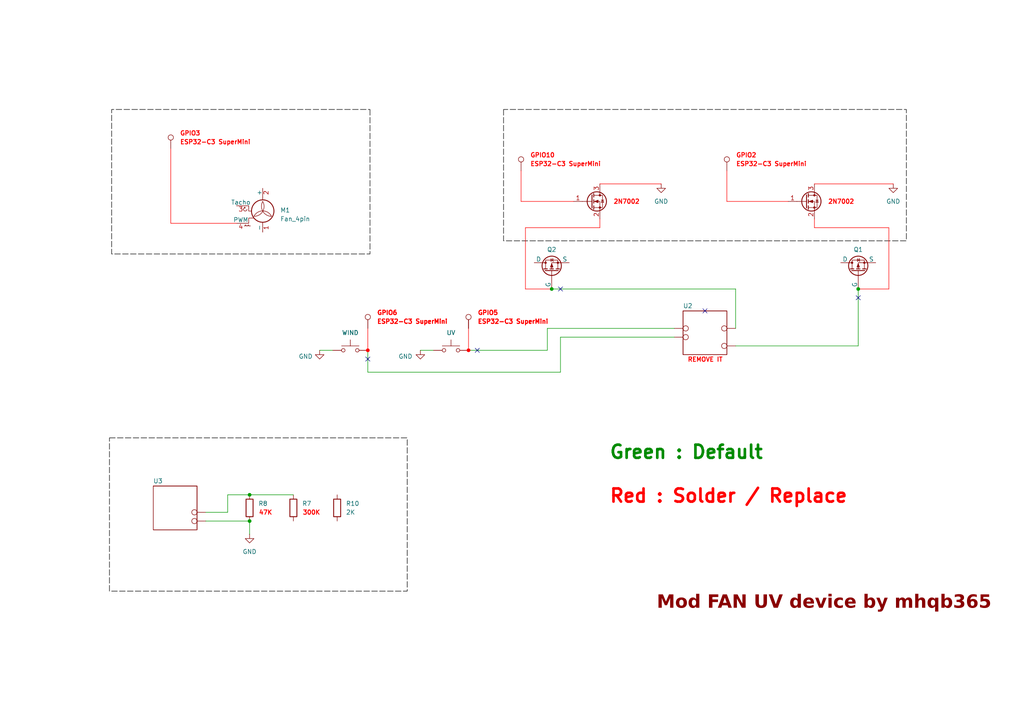
<source format=kicad_sch>
(kicad_sch (version 20250114) (generator "eeschema") (generator_version "9.0")
  (paper "A4")
  (lib_symbols
    (symbol "Connector:TestPoint" (pin_numbers (hide yes)) (pin_names (offset 0.762) (hide yes))
      (property "Reference" "TP" (at 0 6.858 0))
      (property "Value" "TestPoint" (at 0 5.08 0))
      (symbol "TestPoint_0_1"
        (circle (center 0 3.302) (radius 0.762))
      )
      (symbol "TestPoint_1_1"
        (pin passive line (at 0 0 90) (length 2.54) (name "1") (number "1"))
      )
    )
    (symbol "Device:R" (pin_numbers (hide yes)) (pin_names (offset 0))
      (property "Reference" "R" (at 2.032 0 90))
      (property "Value" "R" (at 0 0 90))
      (symbol "R_0_1"
        (rectangle (start -1.016 -2.54) (end 1.016 2.54) (stroke (width 0.254)))
      )
      (symbol "R_1_1"
        (pin passive line (at 0 3.81 270) (length 1.27) (name "~") (number "1"))
        (pin passive line (at 0 -3.81 90) (length 1.27) (name "~") (number "2"))
      )
    )
    (symbol "Motor:Fan_4pin" (pin_names (offset 0))
      (property "Reference" "M" (at 2.54 5.08 0))
      (property "Value" "Fan_4pin" (at 2.54 -2.54 0))
      (symbol "Fan_4pin_0_0"
        (polyline (pts (xy -5.08 2.032) (xy -5.334 2.159)))
        (polyline (pts (xy -5.08 2.032) (xy -5.207 1.778)))
        (arc (start -4.572 1.524) (mid -5.08 1.0182) (end -5.588 1.524))
        (arc (start -5.588 1.524) (mid -5.4392 1.8832) (end -5.08 2.032))
        (polyline (pts (xy -4.064 2.54) (xy -4.064 1.016) (xy -3.302 1.016)))
      )
      (symbol "Fan_4pin_0_1"
        (polyline (pts (xy -5.334 -3.302) (xy -5.08 -3.302) (xy -5.08 -3.048) (xy -4.826 -3.048) (xy -4.826 -3.302) (xy -4.318 -3.302) (xy -4.318 -3.048) (xy -4.064 -3.048) (xy -4.064 -3.302) (xy -3.556 -3.302)))
        (polyline (pts (xy -4.064 2.54) (xy -5.08 2.54)))
        (polyline (pts (xy -2.54 -1.016) (xy -4.064 -1.016) (xy -4.064 -2.54) (xy -5.08 -2.54)))
        (arc (start 0 3.81) (mid -0.0015 0.9048) (end -2.54 -0.508))
        (polyline (pts (xy 0 4.572) (xy 0 5.08)))
        (polyline (pts (xy 0 4.2672) (xy 0 4.6228)))
        (circle (center 0 1.016) (radius 3.2512) (stroke (width 0.254)))
        (arc (start -2.54 -0.508) (mid 0 1.0618) (end 2.54 -0.508))
        (polyline (pts (xy 0 -2.2352) (xy 0 -2.6416)))
        (polyline (pts (xy 0 -5.08) (xy 0 -4.572)))
        (arc (start 2.54 -0.508) (mid 0.047 0.9315) (end 0 3.81))
      )
      (symbol "Fan_4pin_1_1"
        (pin passive line (at -7.62 2.54 0) (length 2.54) (name "Tacho") (number "3"))
        (pin input line (at -7.62 -2.54 0) (length 2.54) (name "PWM") (number "4"))
        (pin passive line (at 0 7.62 270) (length 2.54) (name "+") (number "2"))
        (pin passive line (at 0 -5.08 90) (length 2.54) (name "-") (number "1"))
      )
    )
    (symbol "Simulation_SPICE:PMOS" (pin_numbers (hide yes)) (pin_names (offset 0))
      (property "Reference" "Q" (at 5.08 1.27 0))
      (property "Value" "PMOS" (at 5.08 -1.27 0))
      (symbol "PMOS_0_1"
        (polyline (pts (xy 0.254 1.905) (xy 0.254 -1.905)) (stroke (width 0.254)))
        (polyline (pts (xy 0.254 0) (xy -2.54 0)))
        (polyline (pts (xy 0.762 2.286) (xy 0.762 1.27)) (stroke (width 0.254)))
        (polyline (pts (xy 0.762 1.778) (xy 3.302 1.778) (xy 3.302 -1.778) (xy 0.762 -1.778)))
        (polyline (pts (xy 0.762 0.508) (xy 0.762 -0.508)) (stroke (width 0.254)))
        (polyline (pts (xy 0.762 -1.27) (xy 0.762 -2.286)) (stroke (width 0.254)))
        (circle (center 1.651 0) (radius 2.794) (stroke (width 0.254)))
        (polyline (pts (xy 2.286 0) (xy 1.27 0.381) (xy 1.27 -0.381) (xy 2.286 0)) (fill (type outline)))
        (polyline (pts (xy 2.54 2.54) (xy 2.54 1.778)))
        (circle (center 2.54 1.778) (radius 0.254) (fill (type outline)))
        (circle (center 2.54 -1.778) (radius 0.254) (fill (type outline)))
        (polyline (pts (xy 2.54 -2.54) (xy 2.54 0) (xy 0.762 0)))
        (polyline (pts (xy 2.794 -0.508) (xy 2.921 -0.381) (xy 3.683 -0.381) (xy 3.81 -0.254)))
        (polyline (pts (xy 3.302 -0.381) (xy 2.921 0.254) (xy 3.683 0.254) (xy 3.302 -0.381)))
      )
      (symbol "PMOS_1_1"
        (pin input line (at -5.08 0 0) (length 2.54) (name "G") (number "2"))
        (pin passive line (at 2.54 5.08 270) (length 2.54) (name "D") (number "1"))
        (pin passive line (at 2.54 -5.08 90) (length 2.54) (name "S") (number "3"))
      )
    )
    (symbol "Switch:SW_Push" (pin_numbers (hide yes)) (pin_names (offset 1.016) (hide yes))
      (property "Reference" "SW" (at 1.27 2.54 0))
      (property "Value" "SW_Push" (at 0 -1.524 0))
      (symbol "SW_Push_0_1"
        (circle (center -2.032 0) (radius 0.508))
        (polyline (pts (xy 0 1.27) (xy 0 3.048)))
        (circle (center 2.032 0) (radius 0.508))
        (polyline (pts (xy 2.54 1.27) (xy -2.54 1.27)))
        (pin passive line (at -5.08 0 0) (length 2.54) (name "1") (number "1"))
        (pin passive line (at 5.08 0 180) (length 2.54) (name "2") (number "2"))
      )
    )
    (symbol "Transistor_FET:2N7002" (pin_names (offset 0) (hide yes))
      (property "Reference" "Q" (at 5.08 1.905 0))
      (property "Value" "2N7002" (at 5.08 0 0))
      (symbol "2N7002_0_1"
        (polyline (pts (xy 0.254 1.905) (xy 0.254 -1.905)) (stroke (width 0.254)))
        (polyline (pts (xy 0.254 0) (xy -2.54 0)))
        (polyline (pts (xy 0.762 2.286) (xy 0.762 1.27)) (stroke (width 0.254)))
        (polyline (pts (xy 0.762 0.508) (xy 0.762 -0.508)) (stroke (width 0.254)))
        (polyline (pts (xy 0.762 -1.27) (xy 0.762 -2.286)) (stroke (width 0.254)))
        (polyline (pts (xy 0.762 -1.778) (xy 3.302 -1.778) (xy 3.302 1.778) (xy 0.762 1.778)))
        (polyline (pts (xy 1.016 0) (xy 2.032 0.381) (xy 2.032 -0.381) (xy 1.016 0)) (fill (type outline)))
        (circle (center 1.651 0) (radius 2.794) (stroke (width 0.254)))
        (polyline (pts (xy 2.54 2.54) (xy 2.54 1.778)))
        (circle (center 2.54 1.778) (radius 0.254) (fill (type outline)))
        (circle (center 2.54 -1.778) (radius 0.254) (fill (type outline)))
        (polyline (pts (xy 2.54 -2.54) (xy 2.54 0) (xy 0.762 0)))
        (polyline (pts (xy 2.921 0.381) (xy 3.683 0.381)))
        (polyline (pts (xy 3.302 0.381) (xy 2.921 -0.254) (xy 3.683 -0.254) (xy 3.302 0.381)))
      )
      (symbol "2N7002_1_1"
        (pin input line (at -5.08 0 0) (length 2.54) (name "G") (number "1"))
        (pin passive line (at 2.54 5.08 270) (length 2.54) (name "D") (number "3"))
        (pin passive line (at 2.54 -5.08 90) (length 2.54) (name "S") (number "2"))
      )
    )
    (symbol "power:GND" (power) (pin_numbers (hide yes)) (pin_names (offset 0) (hide yes))
      (property "Value" "GND" (at 0 -3.81 0))
      (symbol "GND_0_1"
        (polyline (pts (xy 0 0) (xy 0 -1.27) (xy 1.27 -1.27) (xy 0 -2.54) (xy -1.27 -1.27) (xy 0 -1.27)))
      )
      (symbol "GND_1_1"
        (pin power_in line (at 0 0 270) (length 0) (name "~") (number "1"))
      )
    )
  )
  (junction (at 160.02 83.82))
  (junction (at 106.68 101.6) (color 255 0 0 1))
  (junction (at 72.39 151.13))
  (junction (at 72.39 143.51))
  (junction (at 248.92 83.82))
  (junction (at 135.89 101.6) (color 255 0 0 1))
  (no_connect (at 204.47 90.17))
  (no_connect (at 138.43 101.6))
  (no_connect (at 106.68 104.14))
  (no_connect (at 162.56 83.82))
  (no_connect (at 248.92 86.36))
  (wire (pts (xy 59.69 148.59) (xy 66.04 148.59)))
  (wire (pts (xy 92.71 101.6) (xy 96.52 101.6)))
  (wire (pts (xy 173.99 53.34) (xy 191.77 53.34)) (stroke (width 0) (color 255 0 0 1)))
  (wire (pts (xy 210.82 49.53) (xy 210.82 58.42)) (stroke (width 0) (color 255 0 0 1)))
  (wire (pts (xy 66.04 148.59) (xy 66.04 143.51)))
  (wire (pts (xy 72.39 151.13) (xy 72.39 154.94)))
  (wire (pts (xy 213.36 100.33) (xy 248.92 100.33)))
  (wire (pts (xy 162.56 97.79) (xy 195.58 97.79)))
  (wire (pts (xy 106.68 107.95) (xy 162.56 107.95)))
  (wire (pts (xy 152.4 83.82) (xy 160.02 83.82)) (stroke (width 0) (color 255 0 0 1)))
  (wire (pts (xy 236.22 66.04) (xy 257.81 66.04)) (stroke (width 0) (color 255 0 0 1)))
  (wire (pts (xy 66.04 143.51) (xy 72.39 143.51)))
  (wire (pts (xy 158.75 101.6) (xy 158.75 95.25)))
  (wire (pts (xy 236.22 53.34) (xy 259.08 53.34)) (stroke (width 0) (color 255 0 0 1)))
  (wire (pts (xy 135.89 101.6) (xy 158.75 101.6)))
  (wire (pts (xy 257.81 83.82) (xy 248.92 83.82)) (stroke (width 0) (color 255 0 0 1)))
  (wire (pts (xy 162.56 107.95) (xy 162.56 97.79)))
  (wire (pts (xy 121.92 101.6) (xy 125.73 101.6)))
  (wire (pts (xy 257.81 66.04) (xy 257.81 83.82)) (stroke (width 0) (color 255 0 0 1)))
  (wire (pts (xy 49.53 43.18) (xy 49.53 64.77)) (stroke (width 0) (color 255 0 0 1)))
  (wire (pts (xy 49.53 64.77) (xy 68.58 64.77)) (stroke (width 0) (color 255 0 0 1)))
  (wire (pts (xy 248.92 83.82) (xy 248.92 100.33)))
  (wire (pts (xy 158.75 95.25) (xy 195.58 95.25)))
  (wire (pts (xy 213.36 83.82) (xy 160.02 83.82)))
  (wire (pts (xy 106.68 101.6) (xy 106.68 107.95)))
  (wire (pts (xy 152.4 66.04) (xy 173.99 66.04)) (stroke (width 0) (color 255 0 0 1)))
  (wire (pts (xy 151.13 58.42) (xy 166.37 58.42)) (stroke (width 0) (color 255 0 0 1)))
  (wire (pts (xy 151.13 49.53) (xy 151.13 58.42)) (stroke (width 0) (color 255 0 0 1)))
  (wire (pts (xy 173.99 66.04) (xy 173.99 63.5)) (stroke (width 0) (color 255 0 0 1)))
  (wire (pts (xy 152.4 66.04) (xy 152.4 83.82)) (stroke (width 0) (color 255 0 0 1)))
  (wire (pts (xy 210.82 58.42) (xy 228.6 58.42)) (stroke (width 0) (color 255 0 0 1)))
  (wire (pts (xy 213.36 95.25) (xy 213.36 83.82)))
  (wire (pts (xy 59.69 151.13) (xy 72.39 151.13)))
  (wire (pts (xy 236.22 63.5) (xy 236.22 66.04)) (stroke (width 0) (color 255 0 0 1)))
  (wire (pts (xy 106.68 95.25) (xy 106.68 101.6)) (stroke (width 0) (color 255 0 0 1)))
  (wire (pts (xy 135.89 95.25) (xy 135.89 101.6)) (stroke (width 0) (color 255 0 0 1)))
  (wire (pts (xy 72.39 143.51) (xy 85.09 143.51)))
  (label "Green : Default" (at 176.53 134.62 0) (effects (font (size 3.81 3.81) (thickness 0.762) (bold yes))))
  (label "Red : Solder {slash} Replace" (at 176.53 147.32 0) (effects (font (size 3.81 3.81) (thickness 0.762) (bold yes))))
  (label "REMOVE IT" (at 199.39 105.41 0) (effects (font (thickness 0.254) (bold yes))))
  (label "Mod FAN UV device by mhqb365" (at 190.5 177.8 0) (effects (font (size 3.81 3.81) (thickness 0.3048) (bold yes))))
  (rule_area (polyline (pts (xy 146.05 31.75) (xy 146.05 69.85) (xy 262.89 69.85) (xy 262.89 31.75)) (stroke (width 0) (type dash) (color 0 0 0 1))))
  (rule_area (polyline (pts (xy 31.75 127) (xy 118.11 127) (xy 118.11 171.45) (xy 116.84 171.45) (xy 31.75 171.45)) (stroke (width 0) (type dash) (color 0 0 0 1))))
  (rule_area (polyline (pts (xy 107.315 31.75) (xy 107.315 73.66) (xy 32.385 73.66) (xy 32.385 31.75)) (stroke (width 0) (type dash) (color 0 0 0 1))))
  (symbol (lib_id "Connector:TestPoint") (at 210.82 49.53 0) (unit 1)
    (property "Reference" "GPIO2" (at 213.36 44.958 0) (effects (font (thickness 0.254) (bold yes)) (justify left)))
    (property "Value" "ESP32-C3 SuperMini" (at 213.36 47.498 0) (effects (font (thickness 0.254) (bold yes)) (justify left)))
    (property "Description" "test point" (effects (hide yes)))
  )
  (symbol (lib_id "Connector:TestPoint") (at 106.68 95.25 0) (unit 1)
    (property "Reference" "GPIO6" (at 109.22 90.678 0) (effects (font (thickness 0.254) (bold yes)) (justify left)))
    (property "Value" "ESP32-C3 SuperMini" (at 109.22 93.218 0) (effects (font (thickness 0.254) (bold yes)) (justify left)))
    (property "Description" "test point" (effects (hide yes)))
  )
  (symbol (lib_id "Connector:TestPoint") (at 59.69 151.13 90) (unit 1)
    (property "Reference" "TP5" (effects (hide yes)))
    (property "Value" "TestPoint" (effects (hide yes)))
    (property "Description" "test point" (effects (hide yes)))
  )
  (symbol (lib_id "power:GND") (at 259.08 53.34 0) (unit 1)
    (property "Reference" "#PWR03" (effects (hide yes)))
    (property "Value" "GND" (at 259.08 58.42 0))
    (property "Description" "Power symbol creates a global label with name \"GND\" , ground" (effects (hide yes)))
  )
  (symbol (lib_id "Connector:TestPoint") (at 213.36 100.33 90) (unit 1)
    (property "Reference" "TP2" (effects (hide yes)))
    (property "Value" "TestPoint" (effects (hide yes)))
    (property "Description" "test point" (effects (hide yes)))
  )
  (symbol (lib_id "Connector:TestPoint") (at 195.58 95.25 270) (unit 1)
    (property "Reference" "TP3" (effects (hide yes)))
    (property "Value" "TestPoint" (effects (hide yes)))
    (property "Description" "test point" (effects (hide yes)))
  )
  (symbol (lib_id "Transistor_FET:2N7002") (at 233.68 58.42 0) (unit 1)
    (property "Reference" "Q3" (effects (hide yes)))
    (property "Value" "2N7002" (at 240.03 58.42 0) (effects (font (thickness 0.254) (bold yes)) (justify left)))
    (property "Footprint" "Package_TO_SOT_SMD:SOT-23" (effects (hide yes)))
    (property "Datasheet" "https://www.onsemi.com/pub/Collateral/NDS7002A-D.PDF" (effects (hide yes)))
    (property "Description" "0.115A Id, 60V Vds, N-Channel MOSFET, SOT-23" (effects (hide yes)))
  )
  (symbol (lib_id "Device:R") (at 72.39 147.32 0) (unit 1)
    (property "Reference" "R8" (at 74.93 146.0499 0) (effects (justify left)))
    (property "Value" "47K" (at 74.93 148.59 0) (effects (font (thickness 0.254) (bold yes)) (justify left)))
    (property "Description" "Resistor" (effects (hide yes)))
  )
  (symbol (lib_id "power:GND") (at 92.71 101.6 0) (unit 1)
    (property "Reference" "#PWR02" (effects (hide yes)))
    (property "Value" "GND" (at 88.646 103.378 0))
    (property "Description" "Power symbol creates a global label with name \"GND\" , ground" (effects (hide yes)))
  )
  (symbol (lib_id "Connector:TestPoint") (at 135.89 95.25 0) (unit 1)
    (property "Reference" "GPIO5" (at 138.43 90.678 0) (effects (font (thickness 0.254) (bold yes)) (justify left)))
    (property "Value" "ESP32-C3 SuperMini" (at 138.43 93.218 0) (effects (font (thickness 0.254) (bold yes)) (justify left)))
    (property "Description" "test point" (effects (hide yes)))
  )
  (symbol (lib_id "Device:R") (at 97.79 147.32 0) (unit 1)
    (property "Reference" "R10" (at 100.33 146.0499 0) (effects (justify left)))
    (property "Value" "2K" (at 100.33 148.5899 0) (effects (justify left)))
    (property "Description" "Resistor" (effects (hide yes)))
  )
  (symbol (lib_id "power:GND") (at 72.39 154.94 0) (unit 1)
    (property "Reference" "#PWR05" (effects (hide yes)))
    (property "Value" "GND" (at 72.39 160.02 0))
    (property "Description" "Power symbol creates a global label with name \"GND\" , ground" (effects (hide yes)))
  )
  (symbol (lib_id "Simulation_SPICE:PMOS") (at 160.02 78.74 90) (unit 1)
    (property "Reference" "Q2" (at 160.02 72.39 90))
    (property "Value" "PMOS" (effects (hide yes)))
    (property "Datasheet" "https://ngspice.sourceforge.io/docs/ngspice-html-manual/manual.xhtml#cha_MOSFETs" (effects (hide yes)))
    (property "Description" "P-MOSFET transistor, drain/source/gate" (effects (hide yes)))
    (property "Sim.Device" "PMOS" (effects (hide yes)))
    (property "Sim.Type" "VDMOS" (effects (hide yes)))
    (property "Sim.Pins" "1=D 2=G 3=S" (effects (hide yes)))
  )
  (symbol (lib_id "Connector:TestPoint") (at 151.13 49.53 0) (unit 1)
    (property "Reference" "GPIO10" (at 153.67 44.958 0) (effects (font (thickness 0.254) (bold yes)) (justify left)))
    (property "Value" "ESP32-C3 SuperMini" (at 153.67 47.498 0) (effects (font (thickness 0.254) (bold yes)) (justify left)))
    (property "Description" "test point" (effects (hide yes)))
  )
  (symbol (lib_id "Device:R") (at 85.09 147.32 0) (unit 1)
    (property "Reference" "R7" (at 87.63 146.0499 0) (effects (justify left)))
    (property "Value" "300K" (at 87.63 148.59 0) (effects (font (thickness 0.254) (bold yes)) (justify left)))
    (property "Description" "Resistor" (effects (hide yes)))
  )
  (symbol (lib_id "Motor:Fan_4pin") (at 76.2 62.23 0) (unit 1)
    (property "Reference" "M1" (at 81.28 60.9599 0) (effects (justify left)))
    (property "Value" "Fan_4pin" (at 81.28 63.4999 0) (effects (justify left)))
    (property "Datasheet" "http://www.formfactors.org/developer%5Cspecs%5Crev1_2_public.pdf" (effects (hide yes)))
    (property "Description" "Fan, tacho output, PWM input, 4-pin connector" (effects (hide yes)))
  )
  (symbol (lib_id "Connector:TestPoint") (at 59.69 148.59 90) (unit 1)
    (property "Reference" "TP6" (effects (hide yes)))
    (property "Value" "TestPoint" (effects (hide yes)))
    (property "Description" "test point" (effects (hide yes)))
  )
  (symbol (lib_id "Switch:SW_Push") (at 130.81 101.6 0) (unit 1)
    (property "Reference" "SW2" (effects (hide yes)))
    (property "Value" "UV" (at 130.81 96.52 0))
    (property "Description" "Push button switch, generic, two pins" (effects (hide yes)))
  )
  (symbol (lib_id "power:GND") (at 191.77 53.34 0) (unit 1)
    (property "Reference" "#PWR04" (effects (hide yes)))
    (property "Value" "GND" (at 191.77 58.42 0))
    (property "Description" "Power symbol creates a global label with name \"GND\" , ground" (effects (hide yes)))
  )
  (symbol (lib_id "Connector:TestPoint") (at 49.53 43.18 0) (unit 1)
    (property "Reference" "GPIO3" (at 52.07 38.608 0) (effects (font (thickness 0.254) (bold yes)) (justify left)))
    (property "Value" "ESP32-C3 SuperMini" (at 52.07 41.148 0) (effects (font (thickness 0.254) (bold yes)) (justify left)))
    (property "Description" "test point" (effects (hide yes)))
  )
  (symbol (lib_id "Connector:TestPoint") (at 213.36 95.25 90) (unit 1)
    (property "Reference" "TP1" (effects (hide yes)))
    (property "Value" "TestPoint" (effects (hide yes)))
    (property "Description" "test point" (effects (hide yes)))
  )
  (symbol (lib_id "power:GND") (at 121.92 101.6 0) (unit 1)
    (property "Reference" "#PWR01" (effects (hide yes)))
    (property "Value" "GND" (at 117.602 103.378 0))
    (property "Description" "Power symbol creates a global label with name \"GND\" , ground" (effects (hide yes)))
  )
  (symbol (lib_id "Connector:TestPoint") (at 195.58 97.79 270) (unit 1)
    (property "Reference" "TP4" (effects (hide yes)))
    (property "Value" "TestPoint" (effects (hide yes)))
    (property "Description" "test point" (effects (hide yes)))
  )
  (symbol (lib_id "Transistor_FET:2N7002") (at 171.45 58.42 0) (unit 1)
    (property "Reference" "Q4" (effects (hide yes)))
    (property "Value" "2N7002" (at 177.8 58.42 0) (effects (font (thickness 0.254) (bold yes)) (justify left)))
    (property "Footprint" "Package_TO_SOT_SMD:SOT-23" (effects (hide yes)))
    (property "Datasheet" "https://www.onsemi.com/pub/Collateral/NDS7002A-D.PDF" (effects (hide yes)))
    (property "Description" "0.115A Id, 60V Vds, N-Channel MOSFET, SOT-23" (effects (hide yes)))
  )
  (symbol (lib_id "Simulation_SPICE:PMOS") (at 248.92 78.74 90) (unit 1)
    (property "Reference" "Q1" (at 248.92 72.39 90))
    (property "Value" "PMOS" (effects (hide yes)))
    (property "Datasheet" "https://ngspice.sourceforge.io/docs/ngspice-html-manual/manual.xhtml#cha_MOSFETs" (effects (hide yes)))
    (property "Description" "P-MOSFET transistor, drain/source/gate" (effects (hide yes)))
    (property "Sim.Device" "PMOS" (effects (hide yes)))
    (property "Sim.Type" "VDMOS" (effects (hide yes)))
    (property "Sim.Pins" "1=D 2=G 3=S" (effects (hide yes)))
  )
  (symbol (lib_id "Switch:SW_Push") (at 101.6 101.6 0) (unit 1)
    (property "Reference" "SW1" (effects (hide yes)))
    (property "Value" "WIND" (at 101.6 96.52 0))
    (property "Description" "Push button switch, generic, two pins" (effects (hide yes)))
  )
  (sheet (at 44.45 140.97) (size 12.7 12.7) (stroke (width 0.1524))
    (property "Sheetname" "U3" (at 44.45 140.2584 0) (effects (justify left bottom)))
    (property "Sheetfile" "../../New folder/untitled.kicad_sch" (effects (hide yes)))
  )
  (sheet (at 198.12 90.17) (size 12.7 12.7) (stroke (width 0.1524))
    (property "Sheetname" "U2" (at 198.12 89.4584 0) (effects (justify left bottom)))
    (property "Sheetfile" "../../New folder/untitled.kicad_sch" (effects (hide yes)))
  )
)
</source>
